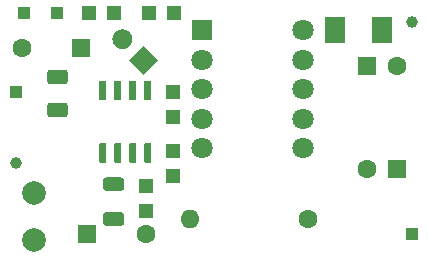
<source format=gbr>
%TF.GenerationSoftware,KiCad,Pcbnew,(5.1.12)-1*%
%TF.CreationDate,2022-05-04T12:53:07+05:30*%
%TF.ProjectId,5V3.5W,3556332e-3557-42e6-9b69-6361645f7063,rev?*%
%TF.SameCoordinates,Original*%
%TF.FileFunction,Soldermask,Bot*%
%TF.FilePolarity,Negative*%
%FSLAX46Y46*%
G04 Gerber Fmt 4.6, Leading zero omitted, Abs format (unit mm)*
G04 Created by KiCad (PCBNEW (5.1.12)-1) date 2022-05-04 12:53:07*
%MOMM*%
%LPD*%
G01*
G04 APERTURE LIST*
%ADD10C,1.600000*%
%ADD11R,1.600000X1.600000*%
%ADD12O,1.600000X1.600000*%
%ADD13R,1.100000X1.100000*%
%ADD14R,1.200000X1.200000*%
%ADD15R,1.000000X1.000000*%
%ADD16C,1.000000*%
%ADD17R,1.800000X1.800000*%
%ADD18C,1.800000*%
%ADD19R,1.800860X2.199640*%
%ADD20C,2.000000*%
%ADD21C,0.100000*%
G04 APERTURE END LIST*
D10*
%TO.C,C1*%
X107500000Y-158000000D03*
D11*
X102500000Y-158000000D03*
%TD*%
%TO.C,C2*%
X102000000Y-142250000D03*
D10*
X97000000Y-142250000D03*
%TD*%
%TO.C,C3*%
G36*
G01*
X104099999Y-153200000D02*
X105400001Y-153200000D01*
G75*
G02*
X105650000Y-153449999I0J-249999D01*
G01*
X105650000Y-154100001D01*
G75*
G02*
X105400001Y-154350000I-249999J0D01*
G01*
X104099999Y-154350000D01*
G75*
G02*
X103850000Y-154100001I0J249999D01*
G01*
X103850000Y-153449999D01*
G75*
G02*
X104099999Y-153200000I249999J0D01*
G01*
G37*
G36*
G01*
X104099999Y-156150000D02*
X105400001Y-156150000D01*
G75*
G02*
X105650000Y-156399999I0J-249999D01*
G01*
X105650000Y-157050001D01*
G75*
G02*
X105400001Y-157300000I-249999J0D01*
G01*
X104099999Y-157300000D01*
G75*
G02*
X103850000Y-157050001I0J249999D01*
G01*
X103850000Y-156399999D01*
G75*
G02*
X104099999Y-156150000I249999J0D01*
G01*
G37*
%TD*%
%TO.C,C5*%
X121250000Y-156750000D03*
D12*
X111250000Y-156750000D03*
%TD*%
D10*
%TO.C,C6*%
X128750000Y-143750000D03*
D11*
X126250000Y-143750000D03*
%TD*%
%TO.C,C7*%
X128750000Y-152500000D03*
D10*
X126250000Y-152500000D03*
%TD*%
D13*
%TO.C,D2*%
X97200000Y-139250000D03*
X100000000Y-139250000D03*
%TD*%
%TO.C,F1*%
G36*
G01*
X99375000Y-144075000D02*
X100625000Y-144075000D01*
G75*
G02*
X100875000Y-144325000I0J-250000D01*
G01*
X100875000Y-145075000D01*
G75*
G02*
X100625000Y-145325000I-250000J0D01*
G01*
X99375000Y-145325000D01*
G75*
G02*
X99125000Y-145075000I0J250000D01*
G01*
X99125000Y-144325000D01*
G75*
G02*
X99375000Y-144075000I250000J0D01*
G01*
G37*
G36*
G01*
X99375000Y-146875000D02*
X100625000Y-146875000D01*
G75*
G02*
X100875000Y-147125000I0J-250000D01*
G01*
X100875000Y-147875000D01*
G75*
G02*
X100625000Y-148125000I-250000J0D01*
G01*
X99375000Y-148125000D01*
G75*
G02*
X99125000Y-147875000I0J250000D01*
G01*
X99125000Y-147125000D01*
G75*
G02*
X99375000Y-146875000I250000J0D01*
G01*
G37*
%TD*%
%TO.C,OPT1*%
G36*
G01*
X107908700Y-151955000D02*
X107401300Y-151955000D01*
G75*
G02*
X107360000Y-151913700I0J41300D01*
G01*
X107360000Y-150356300D01*
G75*
G02*
X107401300Y-150315000I41300J0D01*
G01*
X107908700Y-150315000D01*
G75*
G02*
X107950000Y-150356300I0J-41300D01*
G01*
X107950000Y-151913700D01*
G75*
G02*
X107908700Y-151955000I-41300J0D01*
G01*
G37*
G36*
G01*
X106638700Y-151955000D02*
X106131300Y-151955000D01*
G75*
G02*
X106090000Y-151913700I0J41300D01*
G01*
X106090000Y-150356300D01*
G75*
G02*
X106131300Y-150315000I41300J0D01*
G01*
X106638700Y-150315000D01*
G75*
G02*
X106680000Y-150356300I0J-41300D01*
G01*
X106680000Y-151913700D01*
G75*
G02*
X106638700Y-151955000I-41300J0D01*
G01*
G37*
G36*
G01*
X105368700Y-151955000D02*
X104861300Y-151955000D01*
G75*
G02*
X104820000Y-151913700I0J41300D01*
G01*
X104820000Y-150356300D01*
G75*
G02*
X104861300Y-150315000I41300J0D01*
G01*
X105368700Y-150315000D01*
G75*
G02*
X105410000Y-150356300I0J-41300D01*
G01*
X105410000Y-151913700D01*
G75*
G02*
X105368700Y-151955000I-41300J0D01*
G01*
G37*
G36*
G01*
X104098700Y-151955000D02*
X103591300Y-151955000D01*
G75*
G02*
X103550000Y-151913700I0J41300D01*
G01*
X103550000Y-150356300D01*
G75*
G02*
X103591300Y-150315000I41300J0D01*
G01*
X104098700Y-150315000D01*
G75*
G02*
X104140000Y-150356300I0J-41300D01*
G01*
X104140000Y-151913700D01*
G75*
G02*
X104098700Y-151955000I-41300J0D01*
G01*
G37*
G36*
G01*
X104098700Y-146685000D02*
X103591300Y-146685000D01*
G75*
G02*
X103550000Y-146643700I0J41300D01*
G01*
X103550000Y-145086300D01*
G75*
G02*
X103591300Y-145045000I41300J0D01*
G01*
X104098700Y-145045000D01*
G75*
G02*
X104140000Y-145086300I0J-41300D01*
G01*
X104140000Y-146643700D01*
G75*
G02*
X104098700Y-146685000I-41300J0D01*
G01*
G37*
G36*
G01*
X105368700Y-146685000D02*
X104861300Y-146685000D01*
G75*
G02*
X104820000Y-146643700I0J41300D01*
G01*
X104820000Y-145086300D01*
G75*
G02*
X104861300Y-145045000I41300J0D01*
G01*
X105368700Y-145045000D01*
G75*
G02*
X105410000Y-145086300I0J-41300D01*
G01*
X105410000Y-146643700D01*
G75*
G02*
X105368700Y-146685000I-41300J0D01*
G01*
G37*
G36*
G01*
X106638700Y-146685000D02*
X106131300Y-146685000D01*
G75*
G02*
X106090000Y-146643700I0J41300D01*
G01*
X106090000Y-145086300D01*
G75*
G02*
X106131300Y-145045000I41300J0D01*
G01*
X106638700Y-145045000D01*
G75*
G02*
X106680000Y-145086300I0J-41300D01*
G01*
X106680000Y-146643700D01*
G75*
G02*
X106638700Y-146685000I-41300J0D01*
G01*
G37*
G36*
G01*
X107908700Y-146685000D02*
X107401300Y-146685000D01*
G75*
G02*
X107360000Y-146643700I0J41300D01*
G01*
X107360000Y-145086300D01*
G75*
G02*
X107401300Y-145045000I41300J0D01*
G01*
X107908700Y-145045000D01*
G75*
G02*
X107950000Y-145086300I0J-41300D01*
G01*
X107950000Y-146643700D01*
G75*
G02*
X107908700Y-146685000I-41300J0D01*
G01*
G37*
%TD*%
D14*
%TO.C,R3*%
X109750000Y-151000000D03*
X109750000Y-153100000D03*
%TD*%
%TO.C,R4*%
X107500000Y-156050000D03*
X107500000Y-153950000D03*
%TD*%
%TO.C,R5*%
X109850000Y-139250000D03*
X107750000Y-139250000D03*
%TD*%
%TO.C,R6*%
X102700000Y-139250000D03*
X104800000Y-139250000D03*
%TD*%
D15*
%TO.C,TP1*%
X96500000Y-146000000D03*
%TD*%
D16*
%TO.C,TP2*%
X96500000Y-152000000D03*
%TD*%
D15*
%TO.C,TP3*%
X130000000Y-158000000D03*
%TD*%
D16*
%TO.C,TP4*%
X130000000Y-140000000D03*
%TD*%
D17*
%TO.C,U1*%
X112245000Y-140750000D03*
D18*
X112245000Y-143250000D03*
X112245000Y-145750000D03*
X112245000Y-148250000D03*
X112245000Y-150750000D03*
X120755000Y-150750000D03*
X120755000Y-148250000D03*
X120755000Y-145750000D03*
X120755000Y-143250000D03*
X120755000Y-140750000D03*
%TD*%
D19*
%TO.C,D3*%
X127506600Y-140750000D03*
X123493400Y-140750000D03*
%TD*%
D20*
%TO.C,L1*%
X98000000Y-158500000D03*
X98000000Y-154500000D03*
%TD*%
D14*
%TO.C,R2*%
X109750000Y-145950000D03*
X109750000Y-148050000D03*
%TD*%
D21*
%TO.C,C4*%
G36*
X107296051Y-142093969D02*
G01*
X108498133Y-143296051D01*
X107296051Y-144498133D01*
X106093969Y-143296051D01*
X107296051Y-142093969D01*
G37*
G36*
G01*
X106101041Y-140898959D02*
X106101041Y-140898959D01*
G75*
G02*
X106101041Y-142101041I-601041J-601041D01*
G01*
X106101041Y-142101041D01*
G75*
G02*
X104898959Y-142101041I-601041J601041D01*
G01*
X104898959Y-142101041D01*
G75*
G02*
X104898959Y-140898959I601041J601041D01*
G01*
X104898959Y-140898959D01*
G75*
G02*
X106101041Y-140898959I601041J-601041D01*
G01*
G37*
%TD*%
M02*

</source>
